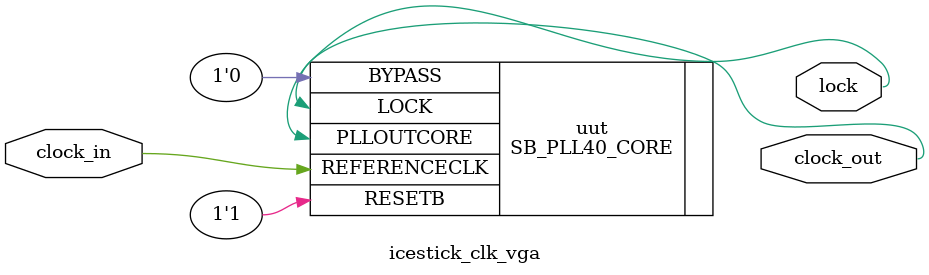
<source format=v>
module icestick_clk_vga(     
  input  clock_in,
  output clock_out,
  output lock
);

  SB_PLL40_CORE #(.FEEDBACK_PATH("SIMPLE"),
                  .PLLOUT_SELECT("GENCLK"),
                  .DIVR(4'b0001),
                  .DIVF(7'b1000010),
                  .DIVQ(3'b100),
                  .FILTER_RANGE(3'b001),
                 ) uut (
                         .REFERENCECLK(clock_in),
                         .PLLOUTCORE(clock_out),
                         .LOCK(lock),
                         .RESETB(1'b1),
                         .BYPASS(1'b0)
                        );

endmodule

</source>
